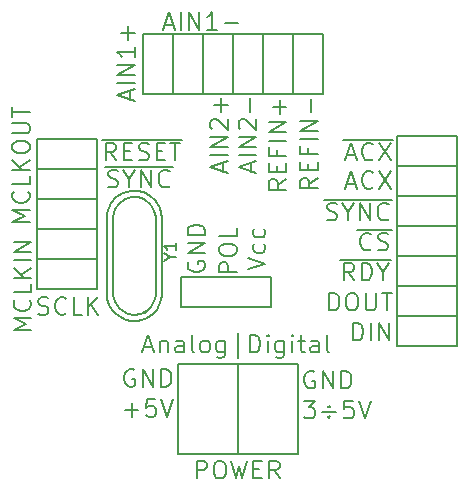
<source format=gbr>
G04 #@! TF.FileFunction,Legend,Top*
%FSLAX46Y46*%
G04 Gerber Fmt 4.6, Leading zero omitted, Abs format (unit mm)*
G04 Created by KiCad (PCBNEW 0.201509081510+6169~29~ubuntu15.04.1-product) date Čt 10. září 2015, 16:27:08 CEST*
%MOMM*%
G01*
G04 APERTURE LIST*
%ADD10C,0.150000*%
%ADD11C,0.200000*%
%ADD12R,1.924000X1.924000*%
%ADD13C,6.400000*%
%ADD14C,1.901140*%
G04 APERTURE END LIST*
D10*
X16601714Y972429D02*
X16601714Y2472429D01*
X17173142Y2472429D01*
X17316000Y2401000D01*
X17387428Y2329571D01*
X17458857Y2186714D01*
X17458857Y1972429D01*
X17387428Y1829571D01*
X17316000Y1758143D01*
X17173142Y1686714D01*
X16601714Y1686714D01*
X18387428Y2472429D02*
X18673142Y2472429D01*
X18816000Y2401000D01*
X18958857Y2258143D01*
X19030285Y1972429D01*
X19030285Y1472429D01*
X18958857Y1186714D01*
X18816000Y1043857D01*
X18673142Y972429D01*
X18387428Y972429D01*
X18244571Y1043857D01*
X18101714Y1186714D01*
X18030285Y1472429D01*
X18030285Y1972429D01*
X18101714Y2258143D01*
X18244571Y2401000D01*
X18387428Y2472429D01*
X19530286Y2472429D02*
X19887429Y972429D01*
X20173143Y2043857D01*
X20458857Y972429D01*
X20816000Y2472429D01*
X21387429Y1758143D02*
X21887429Y1758143D01*
X22101715Y972429D02*
X21387429Y972429D01*
X21387429Y2472429D01*
X22101715Y2472429D01*
X23601715Y972429D02*
X23101715Y1686714D01*
X22744572Y972429D02*
X22744572Y2472429D01*
X23316000Y2472429D01*
X23458858Y2401000D01*
X23530286Y2329571D01*
X23601715Y2186714D01*
X23601715Y1972429D01*
X23530286Y1829571D01*
X23458858Y1758143D01*
X23316000Y1686714D01*
X22744572Y1686714D01*
X20895571Y18661286D02*
X22395571Y19161286D01*
X20895571Y19661286D01*
X22324143Y20804143D02*
X22395571Y20661286D01*
X22395571Y20375572D01*
X22324143Y20232714D01*
X22252714Y20161286D01*
X22109857Y20089857D01*
X21681286Y20089857D01*
X21538429Y20161286D01*
X21467000Y20232714D01*
X21395571Y20375572D01*
X21395571Y20661286D01*
X21467000Y20804143D01*
X22324143Y22089857D02*
X22395571Y21947000D01*
X22395571Y21661286D01*
X22324143Y21518428D01*
X22252714Y21447000D01*
X22109857Y21375571D01*
X21681286Y21375571D01*
X21538429Y21447000D01*
X21467000Y21518428D01*
X21395571Y21661286D01*
X21395571Y21947000D01*
X21467000Y22089857D01*
X15887000Y19304143D02*
X15815571Y19161286D01*
X15815571Y18947000D01*
X15887000Y18732715D01*
X16029857Y18589857D01*
X16172714Y18518429D01*
X16458429Y18447000D01*
X16672714Y18447000D01*
X16958429Y18518429D01*
X17101286Y18589857D01*
X17244143Y18732715D01*
X17315571Y18947000D01*
X17315571Y19089857D01*
X17244143Y19304143D01*
X17172714Y19375572D01*
X16672714Y19375572D01*
X16672714Y19089857D01*
X17315571Y20018429D02*
X15815571Y20018429D01*
X17315571Y20875572D01*
X15815571Y20875572D01*
X17315571Y21589858D02*
X15815571Y21589858D01*
X15815571Y21947001D01*
X15887000Y22161286D01*
X16029857Y22304144D01*
X16172714Y22375572D01*
X16458429Y22447001D01*
X16672714Y22447001D01*
X16958429Y22375572D01*
X17101286Y22304144D01*
X17244143Y22161286D01*
X17315571Y21947001D01*
X17315571Y21589858D01*
X26543143Y10021000D02*
X26400286Y10092429D01*
X26186000Y10092429D01*
X25971715Y10021000D01*
X25828857Y9878143D01*
X25757429Y9735286D01*
X25686000Y9449571D01*
X25686000Y9235286D01*
X25757429Y8949571D01*
X25828857Y8806714D01*
X25971715Y8663857D01*
X26186000Y8592429D01*
X26328857Y8592429D01*
X26543143Y8663857D01*
X26614572Y8735286D01*
X26614572Y9235286D01*
X26328857Y9235286D01*
X27257429Y8592429D02*
X27257429Y10092429D01*
X28114572Y8592429D01*
X28114572Y10092429D01*
X28828858Y8592429D02*
X28828858Y10092429D01*
X29186001Y10092429D01*
X29400286Y10021000D01*
X29543144Y9878143D01*
X29614572Y9735286D01*
X29686001Y9449571D01*
X29686001Y9235286D01*
X29614572Y8949571D01*
X29543144Y8806714D01*
X29400286Y8663857D01*
X29186001Y8592429D01*
X28828858Y8592429D01*
X11303143Y10148000D02*
X11160286Y10219429D01*
X10946000Y10219429D01*
X10731715Y10148000D01*
X10588857Y10005143D01*
X10517429Y9862286D01*
X10446000Y9576571D01*
X10446000Y9362286D01*
X10517429Y9076571D01*
X10588857Y8933714D01*
X10731715Y8790857D01*
X10946000Y8719429D01*
X11088857Y8719429D01*
X11303143Y8790857D01*
X11374572Y8862286D01*
X11374572Y9362286D01*
X11088857Y9362286D01*
X12017429Y8719429D02*
X12017429Y10219429D01*
X12874572Y8719429D01*
X12874572Y10219429D01*
X13588858Y8719429D02*
X13588858Y10219429D01*
X13946001Y10219429D01*
X14160286Y10148000D01*
X14303144Y10005143D01*
X14374572Y9862286D01*
X14446001Y9576571D01*
X14446001Y9362286D01*
X14374572Y9076571D01*
X14303144Y8933714D01*
X14160286Y8790857D01*
X13946001Y8719429D01*
X13588858Y8719429D01*
D11*
X12117571Y12069000D02*
X12831857Y12069000D01*
X11974714Y11640429D02*
X12474714Y13140429D01*
X12974714Y11640429D01*
X13474714Y12640429D02*
X13474714Y11640429D01*
X13474714Y12497571D02*
X13546142Y12569000D01*
X13689000Y12640429D01*
X13903285Y12640429D01*
X14046142Y12569000D01*
X14117571Y12426143D01*
X14117571Y11640429D01*
X15474714Y11640429D02*
X15474714Y12426143D01*
X15403285Y12569000D01*
X15260428Y12640429D01*
X14974714Y12640429D01*
X14831857Y12569000D01*
X15474714Y11711857D02*
X15331857Y11640429D01*
X14974714Y11640429D01*
X14831857Y11711857D01*
X14760428Y11854714D01*
X14760428Y11997571D01*
X14831857Y12140429D01*
X14974714Y12211857D01*
X15331857Y12211857D01*
X15474714Y12283286D01*
X16403286Y11640429D02*
X16260428Y11711857D01*
X16189000Y11854714D01*
X16189000Y13140429D01*
X17189000Y11640429D02*
X17046142Y11711857D01*
X16974714Y11783286D01*
X16903285Y11926143D01*
X16903285Y12354714D01*
X16974714Y12497571D01*
X17046142Y12569000D01*
X17189000Y12640429D01*
X17403285Y12640429D01*
X17546142Y12569000D01*
X17617571Y12497571D01*
X17689000Y12354714D01*
X17689000Y11926143D01*
X17617571Y11783286D01*
X17546142Y11711857D01*
X17403285Y11640429D01*
X17189000Y11640429D01*
X18974714Y12640429D02*
X18974714Y11426143D01*
X18903285Y11283286D01*
X18831857Y11211857D01*
X18689000Y11140429D01*
X18474714Y11140429D01*
X18331857Y11211857D01*
X18974714Y11711857D02*
X18831857Y11640429D01*
X18546143Y11640429D01*
X18403285Y11711857D01*
X18331857Y11783286D01*
X18260428Y11926143D01*
X18260428Y12354714D01*
X18331857Y12497571D01*
X18403285Y12569000D01*
X18546143Y12640429D01*
X18831857Y12640429D01*
X18974714Y12569000D01*
X20046143Y11140429D02*
X20046143Y13283286D01*
X21117571Y11640429D02*
X21117571Y13140429D01*
X21474714Y13140429D01*
X21688999Y13069000D01*
X21831857Y12926143D01*
X21903285Y12783286D01*
X21974714Y12497571D01*
X21974714Y12283286D01*
X21903285Y11997571D01*
X21831857Y11854714D01*
X21688999Y11711857D01*
X21474714Y11640429D01*
X21117571Y11640429D01*
X22617571Y11640429D02*
X22617571Y12640429D01*
X22617571Y13140429D02*
X22546142Y13069000D01*
X22617571Y12997571D01*
X22688999Y13069000D01*
X22617571Y13140429D01*
X22617571Y12997571D01*
X23974714Y12640429D02*
X23974714Y11426143D01*
X23903285Y11283286D01*
X23831857Y11211857D01*
X23689000Y11140429D01*
X23474714Y11140429D01*
X23331857Y11211857D01*
X23974714Y11711857D02*
X23831857Y11640429D01*
X23546143Y11640429D01*
X23403285Y11711857D01*
X23331857Y11783286D01*
X23260428Y11926143D01*
X23260428Y12354714D01*
X23331857Y12497571D01*
X23403285Y12569000D01*
X23546143Y12640429D01*
X23831857Y12640429D01*
X23974714Y12569000D01*
X24689000Y11640429D02*
X24689000Y12640429D01*
X24689000Y13140429D02*
X24617571Y13069000D01*
X24689000Y12997571D01*
X24760428Y13069000D01*
X24689000Y13140429D01*
X24689000Y12997571D01*
X25189000Y12640429D02*
X25760429Y12640429D01*
X25403286Y13140429D02*
X25403286Y11854714D01*
X25474714Y11711857D01*
X25617572Y11640429D01*
X25760429Y11640429D01*
X26903286Y11640429D02*
X26903286Y12426143D01*
X26831857Y12569000D01*
X26689000Y12640429D01*
X26403286Y12640429D01*
X26260429Y12569000D01*
X26903286Y11711857D02*
X26760429Y11640429D01*
X26403286Y11640429D01*
X26260429Y11711857D01*
X26189000Y11854714D01*
X26189000Y11997571D01*
X26260429Y12140429D01*
X26403286Y12211857D01*
X26760429Y12211857D01*
X26903286Y12283286D01*
X27831858Y11640429D02*
X27689000Y11711857D01*
X27617572Y11854714D01*
X27617572Y13140429D01*
D10*
X14605000Y38608000D02*
X17145000Y38608000D01*
X17145000Y38608000D02*
X17145000Y33528000D01*
X17145000Y33528000D02*
X14605000Y33528000D01*
X14605000Y33528000D02*
X14605000Y38608000D01*
X25146000Y3048000D02*
X20066000Y3048000D01*
X20066000Y3048000D02*
X20066000Y10668000D01*
X20066000Y10668000D02*
X25146000Y10668000D01*
X25146000Y10668000D02*
X25146000Y3048000D01*
X33528000Y24892000D02*
X33528000Y27432000D01*
X33528000Y27432000D02*
X38608000Y27432000D01*
X38608000Y27432000D02*
X38608000Y24892000D01*
X38608000Y24892000D02*
X33528000Y24892000D01*
X33528000Y27432000D02*
X33528000Y29972000D01*
X33528000Y29972000D02*
X38608000Y29972000D01*
X38608000Y29972000D02*
X38608000Y27432000D01*
X38608000Y27432000D02*
X33528000Y27432000D01*
X12065000Y38608000D02*
X14605000Y38608000D01*
X14605000Y38608000D02*
X14605000Y33528000D01*
X14605000Y33528000D02*
X12065000Y33528000D01*
X12065000Y33528000D02*
X12065000Y38608000D01*
X17145000Y38608000D02*
X19685000Y38608000D01*
X19685000Y38608000D02*
X19685000Y33528000D01*
X19685000Y33528000D02*
X17145000Y33528000D01*
X17145000Y33528000D02*
X17145000Y38608000D01*
X22225000Y33528000D02*
X19685000Y33528000D01*
X19685000Y33528000D02*
X19685000Y38608000D01*
X19685000Y38608000D02*
X22225000Y38608000D01*
X22225000Y38608000D02*
X22225000Y33528000D01*
X27305000Y33528000D02*
X24765000Y33528000D01*
X24765000Y33528000D02*
X24765000Y38608000D01*
X24765000Y38608000D02*
X27305000Y38608000D01*
X27305000Y38608000D02*
X27305000Y33528000D01*
X24765000Y33528000D02*
X22225000Y33528000D01*
X22225000Y33528000D02*
X22225000Y38608000D01*
X22225000Y38608000D02*
X24765000Y38608000D01*
X24765000Y38608000D02*
X24765000Y33528000D01*
X22860000Y18034000D02*
X22860000Y15494000D01*
X22860000Y15494000D02*
X15240000Y15494000D01*
X15240000Y15494000D02*
X15240000Y18034000D01*
X15240000Y18034000D02*
X22860000Y18034000D01*
X3048000Y27178000D02*
X3048000Y29718000D01*
X3048000Y29718000D02*
X8128000Y29718000D01*
X8128000Y29718000D02*
X8128000Y27178000D01*
X8128000Y27178000D02*
X3048000Y27178000D01*
X3048000Y24638000D02*
X3048000Y27178000D01*
X3048000Y27178000D02*
X8128000Y27178000D01*
X8128000Y27178000D02*
X8128000Y24638000D01*
X8128000Y24638000D02*
X3048000Y24638000D01*
X33528000Y17272000D02*
X33528000Y19812000D01*
X33528000Y19812000D02*
X38608000Y19812000D01*
X38608000Y19812000D02*
X38608000Y17272000D01*
X38608000Y17272000D02*
X33528000Y17272000D01*
X33528000Y19812000D02*
X33528000Y22352000D01*
X33528000Y22352000D02*
X38608000Y22352000D01*
X38608000Y22352000D02*
X38608000Y19812000D01*
X38608000Y19812000D02*
X33528000Y19812000D01*
X3048000Y17018000D02*
X3048000Y19558000D01*
X3048000Y19558000D02*
X8128000Y19558000D01*
X8128000Y19558000D02*
X8128000Y17018000D01*
X8128000Y17018000D02*
X3048000Y17018000D01*
X33528000Y12192000D02*
X33528000Y14732000D01*
X33528000Y14732000D02*
X38608000Y14732000D01*
X38608000Y14732000D02*
X38608000Y12192000D01*
X38608000Y12192000D02*
X33528000Y12192000D01*
X33528000Y14732000D02*
X33528000Y17272000D01*
X33528000Y17272000D02*
X38608000Y17272000D01*
X38608000Y17272000D02*
X38608000Y14732000D01*
X38608000Y14732000D02*
X33528000Y14732000D01*
X33528000Y22352000D02*
X33528000Y24892000D01*
X33528000Y24892000D02*
X38608000Y24892000D01*
X38608000Y24892000D02*
X38608000Y22352000D01*
X38608000Y22352000D02*
X33528000Y22352000D01*
X14986000Y10668000D02*
X20066000Y10668000D01*
X20066000Y10668000D02*
X20066000Y3048000D01*
X20066000Y3048000D02*
X14986000Y3048000D01*
X14986000Y3048000D02*
X14986000Y10668000D01*
X3048000Y19558000D02*
X3048000Y22098000D01*
X3048000Y22098000D02*
X8128000Y22098000D01*
X8128000Y22098000D02*
X8128000Y19558000D01*
X8128000Y19558000D02*
X3048000Y19558000D01*
X3048000Y22098000D02*
X3048000Y24638000D01*
X3048000Y24638000D02*
X8128000Y24638000D01*
X8128000Y24638000D02*
X8128000Y22098000D01*
X8128000Y22098000D02*
X3048000Y22098000D01*
X12303760Y15113000D02*
X11902440Y14912340D01*
X11902440Y14912340D02*
X11303000Y14810740D01*
X11303000Y14810740D02*
X10802620Y14912340D01*
X10802620Y14912340D02*
X10104120Y15311120D01*
X10104120Y15311120D02*
X9702800Y15913100D01*
X9702800Y15913100D02*
X9502140Y16512540D01*
X9502140Y16512540D02*
X9502140Y23111460D01*
X9502140Y23111460D02*
X9702800Y23812500D01*
X9702800Y23812500D02*
X10002520Y24211280D01*
X10002520Y24211280D02*
X10502900Y24612600D01*
X10502900Y24612600D02*
X11102340Y24813260D01*
X11102340Y24813260D02*
X11602720Y24813260D01*
X11602720Y24813260D02*
X12103100Y24612600D01*
X12103100Y24612600D02*
X12702540Y24112220D01*
X12702540Y24112220D02*
X13002260Y23611840D01*
X13002260Y23611840D02*
X13103860Y23111460D01*
X13103860Y23012400D02*
X13103860Y16410940D01*
X13103860Y16410940D02*
X13002260Y16012160D01*
X13002260Y16012160D02*
X12702540Y15511780D01*
X12702540Y15511780D02*
X12202160Y15011400D01*
X13632180Y23002240D02*
X13583920Y23461980D01*
X13583920Y23461980D02*
X13472160Y23860760D01*
X13472160Y23860760D02*
X13253720Y24292560D01*
X13253720Y24292560D02*
X13022580Y24582120D01*
X13022580Y24582120D02*
X12672060Y24912320D01*
X12672060Y24912320D02*
X12133580Y25201880D01*
X12133580Y25201880D02*
X11534140Y25331420D01*
X11534140Y25331420D02*
X11023600Y25331420D01*
X11023600Y25331420D02*
X10322560Y25161240D01*
X10322560Y25161240D02*
X9733280Y24762460D01*
X9733280Y24762460D02*
X9362440Y24302720D01*
X9362440Y24302720D02*
X9154160Y23881080D01*
X9154160Y23881080D02*
X8994140Y23431500D01*
X8994140Y23431500D02*
X8963660Y22992080D01*
X9182100Y15651480D02*
X9403080Y15273020D01*
X9403080Y15273020D02*
X9682480Y14952980D01*
X9682480Y14952980D02*
X10012680Y14701520D01*
X10012680Y14701520D02*
X10563860Y14401800D01*
X10563860Y14401800D02*
X11033760Y14292580D01*
X11033760Y14292580D02*
X11493500Y14272260D01*
X11493500Y14272260D02*
X11953240Y14361160D01*
X11953240Y14361160D02*
X12402820Y14551660D01*
X12402820Y14551660D02*
X12872720Y14912340D01*
X12872720Y14912340D02*
X13192760Y15262860D01*
X13192760Y15262860D02*
X13423900Y15651480D01*
X13423900Y15651480D02*
X13563600Y16080740D01*
X13563600Y16080740D02*
X13632180Y16522700D01*
X8973820Y23012400D02*
X8973820Y16560800D01*
X8973820Y16560800D02*
X9011920Y16141700D01*
X9011920Y16141700D02*
X9182100Y15651480D01*
X13632180Y23012400D02*
X13632180Y16560800D01*
X13875143Y39374000D02*
X14589429Y39374000D01*
X13732286Y38945429D02*
X14232286Y40445429D01*
X14732286Y38945429D01*
X15232286Y38945429D02*
X15232286Y40445429D01*
X15946572Y38945429D02*
X15946572Y40445429D01*
X16803715Y38945429D01*
X16803715Y40445429D01*
X18303715Y38945429D02*
X17446572Y38945429D01*
X17875144Y38945429D02*
X17875144Y40445429D01*
X17732287Y40231143D01*
X17589429Y40088286D01*
X17446572Y40016857D01*
X18946572Y39516857D02*
X20089429Y39516857D01*
X25662287Y7552429D02*
X26590858Y7552429D01*
X26090858Y6981000D01*
X26305144Y6981000D01*
X26448001Y6909571D01*
X26519430Y6838143D01*
X26590858Y6695286D01*
X26590858Y6338143D01*
X26519430Y6195286D01*
X26448001Y6123857D01*
X26305144Y6052429D01*
X25876572Y6052429D01*
X25733715Y6123857D01*
X25662287Y6195286D01*
X28376572Y6623857D02*
X27233715Y6623857D01*
X27805143Y6266714D02*
X27876572Y6195286D01*
X27805143Y6123857D01*
X27733715Y6195286D01*
X27805143Y6266714D01*
X27805143Y6123857D01*
X27805143Y7123857D02*
X27876572Y7052429D01*
X27805143Y6981000D01*
X27733715Y7052429D01*
X27805143Y7123857D01*
X27805143Y6981000D01*
X29805144Y7552429D02*
X29090858Y7552429D01*
X29019429Y6838143D01*
X29090858Y6909571D01*
X29233715Y6981000D01*
X29590858Y6981000D01*
X29733715Y6909571D01*
X29805144Y6838143D01*
X29876572Y6695286D01*
X29876572Y6338143D01*
X29805144Y6195286D01*
X29733715Y6123857D01*
X29590858Y6052429D01*
X29233715Y6052429D01*
X29090858Y6123857D01*
X29019429Y6195286D01*
X30305143Y7552429D02*
X30805143Y6052429D01*
X31305143Y7552429D01*
X29293572Y25912000D02*
X30007858Y25912000D01*
X29150715Y25483429D02*
X29650715Y26983429D01*
X30150715Y25483429D01*
X31507858Y25626286D02*
X31436429Y25554857D01*
X31222143Y25483429D01*
X31079286Y25483429D01*
X30865001Y25554857D01*
X30722143Y25697714D01*
X30650715Y25840571D01*
X30579286Y26126286D01*
X30579286Y26340571D01*
X30650715Y26626286D01*
X30722143Y26769143D01*
X30865001Y26912000D01*
X31079286Y26983429D01*
X31222143Y26983429D01*
X31436429Y26912000D01*
X31507858Y26840571D01*
X32007858Y26983429D02*
X33007858Y25483429D01*
X33007858Y26983429D02*
X32007858Y25483429D01*
X29293572Y28325000D02*
X30007858Y28325000D01*
X29150715Y27896429D02*
X29650715Y29396429D01*
X30150715Y27896429D01*
X31507858Y28039286D02*
X31436429Y27967857D01*
X31222143Y27896429D01*
X31079286Y27896429D01*
X30865001Y27967857D01*
X30722143Y28110714D01*
X30650715Y28253571D01*
X30579286Y28539286D01*
X30579286Y28753571D01*
X30650715Y29039286D01*
X30722143Y29182143D01*
X30865001Y29325000D01*
X31079286Y29396429D01*
X31222143Y29396429D01*
X31436429Y29325000D01*
X31507858Y29253571D01*
X32007858Y29396429D02*
X33007858Y27896429D01*
X33007858Y29396429D02*
X32007858Y27896429D01*
X29007858Y29655000D02*
X33222143Y29655000D01*
X10918000Y33052143D02*
X10918000Y33766429D01*
X11346571Y32909286D02*
X9846571Y33409286D01*
X11346571Y33909286D01*
X11346571Y34409286D02*
X9846571Y34409286D01*
X11346571Y35123572D02*
X9846571Y35123572D01*
X11346571Y35980715D01*
X9846571Y35980715D01*
X11346571Y37480715D02*
X11346571Y36623572D01*
X11346571Y37052144D02*
X9846571Y37052144D01*
X10060857Y36909287D01*
X10203714Y36766429D01*
X10275143Y36623572D01*
X10775143Y38123572D02*
X10775143Y39266429D01*
X11346571Y38695000D02*
X10203714Y38695000D01*
X18792000Y26956143D02*
X18792000Y27670429D01*
X19220571Y26813286D02*
X17720571Y27313286D01*
X19220571Y27813286D01*
X19220571Y28313286D02*
X17720571Y28313286D01*
X19220571Y29027572D02*
X17720571Y29027572D01*
X19220571Y29884715D01*
X17720571Y29884715D01*
X17863429Y30527572D02*
X17792000Y30599001D01*
X17720571Y30741858D01*
X17720571Y31099001D01*
X17792000Y31241858D01*
X17863429Y31313287D01*
X18006286Y31384715D01*
X18149143Y31384715D01*
X18363429Y31313287D01*
X19220571Y30456144D01*
X19220571Y31384715D01*
X18649143Y32027572D02*
X18649143Y33170429D01*
X19220571Y32599000D02*
X18077714Y32599000D01*
X21205000Y26956143D02*
X21205000Y27670429D01*
X21633571Y26813286D02*
X20133571Y27313286D01*
X21633571Y27813286D01*
X21633571Y28313286D02*
X20133571Y28313286D01*
X21633571Y29027572D02*
X20133571Y29027572D01*
X21633571Y29884715D01*
X20133571Y29884715D01*
X20276429Y30527572D02*
X20205000Y30599001D01*
X20133571Y30741858D01*
X20133571Y31099001D01*
X20205000Y31241858D01*
X20276429Y31313287D01*
X20419286Y31384715D01*
X20562143Y31384715D01*
X20776429Y31313287D01*
X21633571Y30456144D01*
X21633571Y31384715D01*
X21062143Y32027572D02*
X21062143Y33170429D01*
X26840571Y26408429D02*
X26126286Y25908429D01*
X26840571Y25551286D02*
X25340571Y25551286D01*
X25340571Y26122714D01*
X25412000Y26265572D01*
X25483429Y26337000D01*
X25626286Y26408429D01*
X25840571Y26408429D01*
X25983429Y26337000D01*
X26054857Y26265572D01*
X26126286Y26122714D01*
X26126286Y25551286D01*
X26054857Y27051286D02*
X26054857Y27551286D01*
X26840571Y27765572D02*
X26840571Y27051286D01*
X25340571Y27051286D01*
X25340571Y27765572D01*
X26054857Y28908429D02*
X26054857Y28408429D01*
X26840571Y28408429D02*
X25340571Y28408429D01*
X25340571Y29122715D01*
X26840571Y29694143D02*
X25340571Y29694143D01*
X26840571Y30408429D02*
X25340571Y30408429D01*
X26840571Y31265572D01*
X25340571Y31265572D01*
X26269143Y31979858D02*
X26269143Y33122715D01*
X24173571Y26281429D02*
X23459286Y25781429D01*
X24173571Y25424286D02*
X22673571Y25424286D01*
X22673571Y25995714D01*
X22745000Y26138572D01*
X22816429Y26210000D01*
X22959286Y26281429D01*
X23173571Y26281429D01*
X23316429Y26210000D01*
X23387857Y26138572D01*
X23459286Y25995714D01*
X23459286Y25424286D01*
X23387857Y26924286D02*
X23387857Y27424286D01*
X24173571Y27638572D02*
X24173571Y26924286D01*
X22673571Y26924286D01*
X22673571Y27638572D01*
X23387857Y28781429D02*
X23387857Y28281429D01*
X24173571Y28281429D02*
X22673571Y28281429D01*
X22673571Y28995715D01*
X24173571Y29567143D02*
X22673571Y29567143D01*
X24173571Y30281429D02*
X22673571Y30281429D01*
X24173571Y31138572D01*
X22673571Y31138572D01*
X23602143Y31852858D02*
X23602143Y32995715D01*
X24173571Y32424286D02*
X23030714Y32424286D01*
X19982571Y18407286D02*
X18482571Y18407286D01*
X18482571Y18978714D01*
X18554000Y19121572D01*
X18625429Y19193000D01*
X18768286Y19264429D01*
X18982571Y19264429D01*
X19125429Y19193000D01*
X19196857Y19121572D01*
X19268286Y18978714D01*
X19268286Y18407286D01*
X18482571Y20193000D02*
X18482571Y20478714D01*
X18554000Y20621572D01*
X18696857Y20764429D01*
X18982571Y20835857D01*
X19482571Y20835857D01*
X19768286Y20764429D01*
X19911143Y20621572D01*
X19982571Y20478714D01*
X19982571Y20193000D01*
X19911143Y20050143D01*
X19768286Y19907286D01*
X19482571Y19835857D01*
X18982571Y19835857D01*
X18696857Y19907286D01*
X18554000Y20050143D01*
X18482571Y20193000D01*
X19982571Y22193001D02*
X19982571Y21478715D01*
X18482571Y21478715D01*
X9759429Y27896429D02*
X9259429Y28610714D01*
X8902286Y27896429D02*
X8902286Y29396429D01*
X9473714Y29396429D01*
X9616572Y29325000D01*
X9688000Y29253571D01*
X9759429Y29110714D01*
X9759429Y28896429D01*
X9688000Y28753571D01*
X9616572Y28682143D01*
X9473714Y28610714D01*
X8902286Y28610714D01*
X10402286Y28682143D02*
X10902286Y28682143D01*
X11116572Y27896429D02*
X10402286Y27896429D01*
X10402286Y29396429D01*
X11116572Y29396429D01*
X11688000Y27967857D02*
X11902286Y27896429D01*
X12259429Y27896429D01*
X12402286Y27967857D01*
X12473715Y28039286D01*
X12545143Y28182143D01*
X12545143Y28325000D01*
X12473715Y28467857D01*
X12402286Y28539286D01*
X12259429Y28610714D01*
X11973715Y28682143D01*
X11830857Y28753571D01*
X11759429Y28825000D01*
X11688000Y28967857D01*
X11688000Y29110714D01*
X11759429Y29253571D01*
X11830857Y29325000D01*
X11973715Y29396429D01*
X12330857Y29396429D01*
X12545143Y29325000D01*
X13188000Y28682143D02*
X13688000Y28682143D01*
X13902286Y27896429D02*
X13188000Y27896429D01*
X13188000Y29396429D01*
X13902286Y29396429D01*
X14330857Y29396429D02*
X15188000Y29396429D01*
X14759429Y27896429D02*
X14759429Y29396429D01*
X8545143Y29655000D02*
X15330857Y29655000D01*
X9076857Y25681857D02*
X9291143Y25610429D01*
X9648286Y25610429D01*
X9791143Y25681857D01*
X9862572Y25753286D01*
X9934000Y25896143D01*
X9934000Y26039000D01*
X9862572Y26181857D01*
X9791143Y26253286D01*
X9648286Y26324714D01*
X9362572Y26396143D01*
X9219714Y26467571D01*
X9148286Y26539000D01*
X9076857Y26681857D01*
X9076857Y26824714D01*
X9148286Y26967571D01*
X9219714Y27039000D01*
X9362572Y27110429D01*
X9719714Y27110429D01*
X9934000Y27039000D01*
X10862571Y26324714D02*
X10862571Y25610429D01*
X10362571Y27110429D02*
X10862571Y26324714D01*
X11362571Y27110429D01*
X11862571Y25610429D02*
X11862571Y27110429D01*
X12719714Y25610429D01*
X12719714Y27110429D01*
X14291143Y25753286D02*
X14219714Y25681857D01*
X14005428Y25610429D01*
X13862571Y25610429D01*
X13648286Y25681857D01*
X13505428Y25824714D01*
X13434000Y25967571D01*
X13362571Y26253286D01*
X13362571Y26467571D01*
X13434000Y26753286D01*
X13505428Y26896143D01*
X13648286Y27039000D01*
X13862571Y27110429D01*
X14005428Y27110429D01*
X14219714Y27039000D01*
X14291143Y26967571D01*
X8791143Y27369000D02*
X14576857Y27369000D01*
X29932429Y17736429D02*
X29432429Y18450714D01*
X29075286Y17736429D02*
X29075286Y19236429D01*
X29646714Y19236429D01*
X29789572Y19165000D01*
X29861000Y19093571D01*
X29932429Y18950714D01*
X29932429Y18736429D01*
X29861000Y18593571D01*
X29789572Y18522143D01*
X29646714Y18450714D01*
X29075286Y18450714D01*
X30575286Y17736429D02*
X30575286Y19236429D01*
X30932429Y19236429D01*
X31146714Y19165000D01*
X31289572Y19022143D01*
X31361000Y18879286D01*
X31432429Y18593571D01*
X31432429Y18379286D01*
X31361000Y18093571D01*
X31289572Y17950714D01*
X31146714Y17807857D01*
X30932429Y17736429D01*
X30575286Y17736429D01*
X32361000Y18450714D02*
X32361000Y17736429D01*
X31861000Y19236429D02*
X32361000Y18450714D01*
X32861000Y19236429D01*
X28718143Y19495000D02*
X33003857Y19495000D01*
X31373001Y20419286D02*
X31301572Y20347857D01*
X31087286Y20276429D01*
X30944429Y20276429D01*
X30730144Y20347857D01*
X30587286Y20490714D01*
X30515858Y20633571D01*
X30444429Y20919286D01*
X30444429Y21133571D01*
X30515858Y21419286D01*
X30587286Y21562143D01*
X30730144Y21705000D01*
X30944429Y21776429D01*
X31087286Y21776429D01*
X31301572Y21705000D01*
X31373001Y21633571D01*
X31944429Y20347857D02*
X32158715Y20276429D01*
X32515858Y20276429D01*
X32658715Y20347857D01*
X32730144Y20419286D01*
X32801572Y20562143D01*
X32801572Y20705000D01*
X32730144Y20847857D01*
X32658715Y20919286D01*
X32515858Y20990714D01*
X32230144Y21062143D01*
X32087286Y21133571D01*
X32015858Y21205000D01*
X31944429Y21347857D01*
X31944429Y21490714D01*
X32015858Y21633571D01*
X32087286Y21705000D01*
X32230144Y21776429D01*
X32587286Y21776429D01*
X32801572Y21705000D01*
X30158715Y22035000D02*
X33087286Y22035000D01*
X3179286Y14886857D02*
X3393572Y14815429D01*
X3750715Y14815429D01*
X3893572Y14886857D01*
X3965001Y14958286D01*
X4036429Y15101143D01*
X4036429Y15244000D01*
X3965001Y15386857D01*
X3893572Y15458286D01*
X3750715Y15529714D01*
X3465001Y15601143D01*
X3322143Y15672571D01*
X3250715Y15744000D01*
X3179286Y15886857D01*
X3179286Y16029714D01*
X3250715Y16172571D01*
X3322143Y16244000D01*
X3465001Y16315429D01*
X3822143Y16315429D01*
X4036429Y16244000D01*
X5536429Y14958286D02*
X5465000Y14886857D01*
X5250714Y14815429D01*
X5107857Y14815429D01*
X4893572Y14886857D01*
X4750714Y15029714D01*
X4679286Y15172571D01*
X4607857Y15458286D01*
X4607857Y15672571D01*
X4679286Y15958286D01*
X4750714Y16101143D01*
X4893572Y16244000D01*
X5107857Y16315429D01*
X5250714Y16315429D01*
X5465000Y16244000D01*
X5536429Y16172571D01*
X6893572Y14815429D02*
X6179286Y14815429D01*
X6179286Y16315429D01*
X7393572Y14815429D02*
X7393572Y16315429D01*
X8250715Y14815429D02*
X7607858Y15672571D01*
X8250715Y16315429D02*
X7393572Y15458286D01*
X29833286Y12656429D02*
X29833286Y14156429D01*
X30190429Y14156429D01*
X30404714Y14085000D01*
X30547572Y13942143D01*
X30619000Y13799286D01*
X30690429Y13513571D01*
X30690429Y13299286D01*
X30619000Y13013571D01*
X30547572Y12870714D01*
X30404714Y12727857D01*
X30190429Y12656429D01*
X29833286Y12656429D01*
X31333286Y12656429D02*
X31333286Y14156429D01*
X32047572Y12656429D02*
X32047572Y14156429D01*
X32904715Y12656429D01*
X32904715Y14156429D01*
X27817286Y15196429D02*
X27817286Y16696429D01*
X28174429Y16696429D01*
X28388714Y16625000D01*
X28531572Y16482143D01*
X28603000Y16339286D01*
X28674429Y16053571D01*
X28674429Y15839286D01*
X28603000Y15553571D01*
X28531572Y15410714D01*
X28388714Y15267857D01*
X28174429Y15196429D01*
X27817286Y15196429D01*
X29603000Y16696429D02*
X29888714Y16696429D01*
X30031572Y16625000D01*
X30174429Y16482143D01*
X30245857Y16196429D01*
X30245857Y15696429D01*
X30174429Y15410714D01*
X30031572Y15267857D01*
X29888714Y15196429D01*
X29603000Y15196429D01*
X29460143Y15267857D01*
X29317286Y15410714D01*
X29245857Y15696429D01*
X29245857Y16196429D01*
X29317286Y16482143D01*
X29460143Y16625000D01*
X29603000Y16696429D01*
X30888715Y16696429D02*
X30888715Y15482143D01*
X30960143Y15339286D01*
X31031572Y15267857D01*
X31174429Y15196429D01*
X31460143Y15196429D01*
X31603001Y15267857D01*
X31674429Y15339286D01*
X31745858Y15482143D01*
X31745858Y16696429D01*
X32245858Y16696429D02*
X33103001Y16696429D01*
X32674430Y15196429D02*
X32674430Y16696429D01*
X27618857Y22887857D02*
X27833143Y22816429D01*
X28190286Y22816429D01*
X28333143Y22887857D01*
X28404572Y22959286D01*
X28476000Y23102143D01*
X28476000Y23245000D01*
X28404572Y23387857D01*
X28333143Y23459286D01*
X28190286Y23530714D01*
X27904572Y23602143D01*
X27761714Y23673571D01*
X27690286Y23745000D01*
X27618857Y23887857D01*
X27618857Y24030714D01*
X27690286Y24173571D01*
X27761714Y24245000D01*
X27904572Y24316429D01*
X28261714Y24316429D01*
X28476000Y24245000D01*
X29404571Y23530714D02*
X29404571Y22816429D01*
X28904571Y24316429D02*
X29404571Y23530714D01*
X29904571Y24316429D01*
X30404571Y22816429D02*
X30404571Y24316429D01*
X31261714Y22816429D01*
X31261714Y24316429D01*
X32833143Y22959286D02*
X32761714Y22887857D01*
X32547428Y22816429D01*
X32404571Y22816429D01*
X32190286Y22887857D01*
X32047428Y23030714D01*
X31976000Y23173571D01*
X31904571Y23459286D01*
X31904571Y23673571D01*
X31976000Y23959286D01*
X32047428Y24102143D01*
X32190286Y24245000D01*
X32404571Y24316429D01*
X32547428Y24316429D01*
X32761714Y24245000D01*
X32833143Y24173571D01*
X27333143Y24575000D02*
X33118857Y24575000D01*
X10517429Y6750857D02*
X11660286Y6750857D01*
X11088857Y6179429D02*
X11088857Y7322286D01*
X13088858Y7679429D02*
X12374572Y7679429D01*
X12303143Y6965143D01*
X12374572Y7036571D01*
X12517429Y7108000D01*
X12874572Y7108000D01*
X13017429Y7036571D01*
X13088858Y6965143D01*
X13160286Y6822286D01*
X13160286Y6465143D01*
X13088858Y6322286D01*
X13017429Y6250857D01*
X12874572Y6179429D01*
X12517429Y6179429D01*
X12374572Y6250857D01*
X12303143Y6322286D01*
X13588857Y7679429D02*
X14088857Y6179429D01*
X14588857Y7679429D01*
X2583571Y13522000D02*
X1083571Y13522000D01*
X2155000Y14022000D01*
X1083571Y14522000D01*
X2583571Y14522000D01*
X2440714Y16093429D02*
X2512143Y16022000D01*
X2583571Y15807714D01*
X2583571Y15664857D01*
X2512143Y15450572D01*
X2369286Y15307714D01*
X2226429Y15236286D01*
X1940714Y15164857D01*
X1726429Y15164857D01*
X1440714Y15236286D01*
X1297857Y15307714D01*
X1155000Y15450572D01*
X1083571Y15664857D01*
X1083571Y15807714D01*
X1155000Y16022000D01*
X1226429Y16093429D01*
X2583571Y17450572D02*
X2583571Y16736286D01*
X1083571Y16736286D01*
X2583571Y17950572D02*
X1083571Y17950572D01*
X2583571Y18807715D02*
X1726429Y18164858D01*
X1083571Y18807715D02*
X1940714Y17950572D01*
X2583571Y19450572D02*
X1083571Y19450572D01*
X2583571Y20164858D02*
X1083571Y20164858D01*
X2583571Y21022001D01*
X1083571Y21022001D01*
X2456571Y22682000D02*
X956571Y22682000D01*
X2028000Y23182000D01*
X956571Y23682000D01*
X2456571Y23682000D01*
X2313714Y25253429D02*
X2385143Y25182000D01*
X2456571Y24967714D01*
X2456571Y24824857D01*
X2385143Y24610572D01*
X2242286Y24467714D01*
X2099429Y24396286D01*
X1813714Y24324857D01*
X1599429Y24324857D01*
X1313714Y24396286D01*
X1170857Y24467714D01*
X1028000Y24610572D01*
X956571Y24824857D01*
X956571Y24967714D01*
X1028000Y25182000D01*
X1099429Y25253429D01*
X2456571Y26610572D02*
X2456571Y25896286D01*
X956571Y25896286D01*
X2456571Y27110572D02*
X956571Y27110572D01*
X2456571Y27967715D02*
X1599429Y27324858D01*
X956571Y27967715D02*
X1813714Y27110572D01*
X956571Y28896286D02*
X956571Y29182000D01*
X1028000Y29324858D01*
X1170857Y29467715D01*
X1456571Y29539143D01*
X1956571Y29539143D01*
X2242286Y29467715D01*
X2385143Y29324858D01*
X2456571Y29182000D01*
X2456571Y28896286D01*
X2385143Y28753429D01*
X2242286Y28610572D01*
X1956571Y28539143D01*
X1456571Y28539143D01*
X1170857Y28610572D01*
X1028000Y28753429D01*
X956571Y28896286D01*
X956571Y30182001D02*
X2170857Y30182001D01*
X2313714Y30253429D01*
X2385143Y30324858D01*
X2456571Y30467715D01*
X2456571Y30753429D01*
X2385143Y30896287D01*
X2313714Y30967715D01*
X2170857Y31039144D01*
X956571Y31039144D01*
X956571Y31539144D02*
X956571Y32396287D01*
X2456571Y31967716D02*
X956571Y31967716D01*
X14327190Y19716809D02*
X14803381Y19716809D01*
X13803381Y19383476D02*
X14327190Y19716809D01*
X13803381Y20050143D01*
X14803381Y20907286D02*
X14803381Y20335857D01*
X14803381Y20621571D02*
X13803381Y20621571D01*
X13946238Y20526333D01*
X14041476Y20431095D01*
X14089095Y20335857D01*
%LPC*%
D12*
X15875000Y34798000D03*
X15875000Y37338000D03*
X23876000Y4318000D03*
X21336000Y4318000D03*
X23876000Y6858000D03*
X21336000Y6858000D03*
X23876000Y9398000D03*
X21336000Y9398000D03*
X37338000Y26162000D03*
X34798000Y26162000D03*
X37338000Y28702000D03*
X34798000Y28702000D03*
X13335000Y34798000D03*
X13335000Y37338000D03*
X18415000Y34798000D03*
X18415000Y37338000D03*
X20955000Y37338000D03*
X20955000Y34798000D03*
X26035000Y37338000D03*
X26035000Y34798000D03*
X23495000Y37338000D03*
X23495000Y34798000D03*
X16510000Y16764000D03*
X19050000Y16764000D03*
X21590000Y16764000D03*
X6858000Y28448000D03*
X4318000Y28448000D03*
X6858000Y25908000D03*
X4318000Y25908000D03*
X37338000Y18542000D03*
X34798000Y18542000D03*
X37338000Y21082000D03*
X34798000Y21082000D03*
X6858000Y18288000D03*
X4318000Y18288000D03*
X37338000Y13462000D03*
X34798000Y13462000D03*
X37338000Y16002000D03*
X34798000Y16002000D03*
X37338000Y23622000D03*
X34798000Y23622000D03*
X16256000Y9398000D03*
X18796000Y9398000D03*
X16256000Y6858000D03*
X18796000Y6858000D03*
X16256000Y4318000D03*
X18796000Y4318000D03*
X6858000Y20828000D03*
X4318000Y20828000D03*
X6858000Y23368000D03*
X4318000Y23368000D03*
D13*
X35560000Y35560000D03*
X35560000Y5080000D03*
X5080000Y35560000D03*
X5080000Y5080000D03*
D14*
X11303000Y22252940D03*
X11303000Y17371060D03*
M02*

</source>
